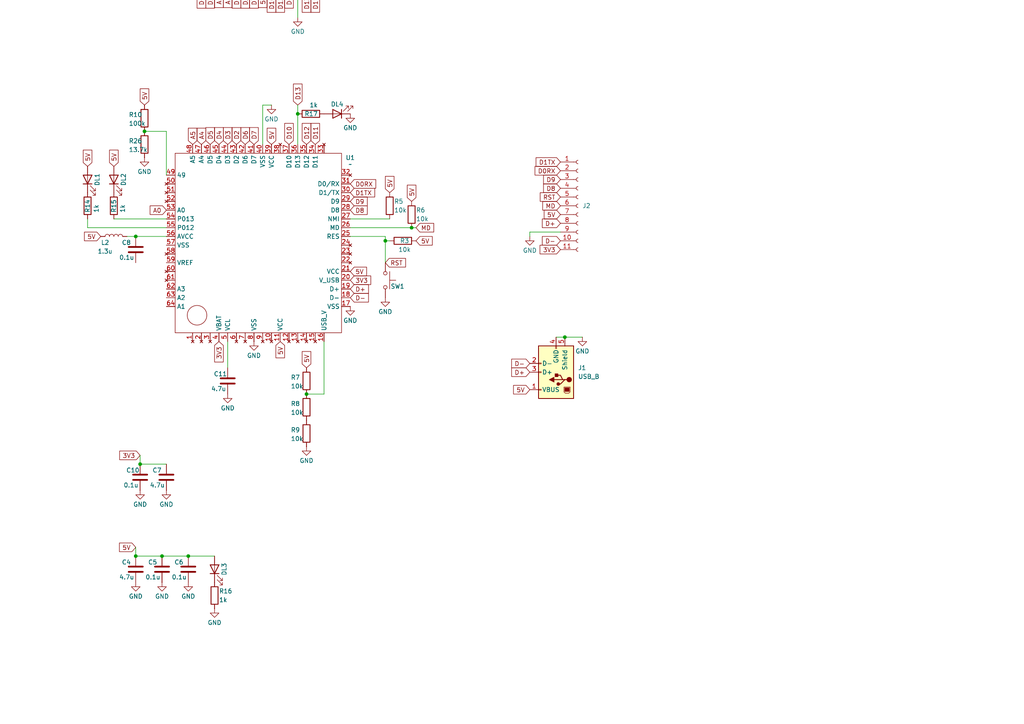
<source format=kicad_sch>
(kicad_sch (version 20231120) (generator "eeschema") (generator_version "8.0")
  (paper "A4")
  (lib_symbols
    (symbol "0Ore:R7FA4M1AB3CFM"
      (property "Reference" "U" (at 0 0 0))
      (symbol "R7FA4M1AB3CFM_0_1"
        (rectangle (start -24.13 57.15) (end 24.13 5.08))
        (circle (center -17.78 10.16) (radius 2.8398))
      )
      (symbol "R7FA4M1AB3CFM_1_1"
        (pin no_connect line (at -19.05 2.54 90) (length 2.54) (name "") (number "1"))
        (pin no_connect line (at 3.81 2.54 90) (length 2.54) (name "") (number "10"))
        (pin unspecified line (at 6.35 2.54 90) (length 2.54) (name "VCC") (number "11"))
        (pin no_connect line (at 8.89 2.54 90) (length 2.54) (name "") (number "12"))
        (pin no_connect line (at 11.43 2.54 90) (length 2.54) (name "") (number "13"))
        (pin no_connect line (at 13.97 2.54 90) (length 2.54) (name "") (number "14"))
        (pin no_connect line (at 16.51 2.54 90) (length 2.54) (name "") (number "15"))
        (pin unspecified line (at 19.05 2.54 90) (length 2.54) (name "USB_V") (number "16"))
        (pin unspecified line (at 26.67 12.7 180) (length 2.54) (name "VSS") (number "17"))
        (pin unspecified line (at 26.67 15.24 180) (length 2.54) (name "D-") (number "18"))
        (pin unspecified line (at 26.67 17.78 180) (length 2.54) (name "D+") (number "19"))
        (pin no_connect line (at -16.51 2.54 90) (length 2.54) (name "") (number "2"))
        (pin unspecified line (at 26.67 20.32 180) (length 2.54) (name "V_USB") (number "20"))
        (pin unspecified line (at 26.67 22.86 180) (length 2.54) (name "VCC") (number "21"))
        (pin no_connect line (at 26.67 25.4 180) (length 2.54) (name "") (number "22"))
        (pin no_connect line (at 26.67 27.94 180) (length 2.54) (name "") (number "23"))
        (pin no_connect line (at 26.67 30.48 180) (length 2.54) (name "") (number "24"))
        (pin unspecified line (at 26.67 33.02 180) (length 2.54) (name "RES") (number "25"))
        (pin unspecified line (at 26.67 35.56 180) (length 2.54) (name "MD") (number "26"))
        (pin unspecified line (at 26.67 38.1 180) (length 2.54) (name "NMI") (number "27"))
        (pin unspecified line (at 26.67 40.64 180) (length 2.54) (name "D8") (number "28"))
        (pin unspecified line (at 26.67 43.18 180) (length 2.54) (name "D9") (number "29"))
        (pin no_connect line (at -13.97 2.54 90) (length 2.54) (name "") (number "3"))
        (pin unspecified line (at 26.67 45.72 180) (length 2.54) (name "D1/TX") (number "30"))
        (pin unspecified line (at 26.67 48.26 180) (length 2.54) (name "D0/RX") (number "31"))
        (pin no_connect line (at 26.67 50.8 180) (length 2.54) (name "") (number "32"))
        (pin no_connect line (at 19.05 59.69 270) (length 2.54) (name "") (number "33"))
        (pin unspecified line (at 16.51 59.69 270) (length 2.54) (name "D11") (number "34"))
        (pin unspecified line (at 13.97 59.69 270) (length 2.54) (name "D12") (number "35"))
        (pin unspecified line (at 11.43 59.69 270) (length 2.54) (name "D13") (number "36"))
        (pin unspecified line (at 8.89 59.69 270) (length 2.54) (name "D10") (number "37"))
        (pin no_connect line (at 6.35 59.69 270) (length 2.54) (name "") (number "38"))
        (pin unspecified line (at 3.81 59.69 270) (length 2.54) (name "VCC") (number "39"))
        (pin unspecified line (at -11.43 2.54 90) (length 2.54) (name "VBAT") (number "4"))
        (pin unspecified line (at 1.27 59.69 270) (length 2.54) (name "VSS") (number "40"))
        (pin unspecified line (at -1.27 59.69 270) (length 2.54) (name "D7") (number "41"))
        (pin unspecified line (at -3.81 59.69 270) (length 2.54) (name "D6") (number "42"))
        (pin unspecified line (at -6.35 59.69 270) (length 2.54) (name "D2") (number "43"))
        (pin unspecified line (at -8.89 59.69 270) (length 2.54) (name "D3") (number "44"))
        (pin unspecified line (at -11.43 59.69 270) (length 2.54) (name "D4") (number "45"))
        (pin unspecified line (at -13.97 59.69 270) (length 2.54) (name "D5") (number "46"))
        (pin unspecified line (at -16.51 59.69 270) (length 2.54) (name "A4") (number "47"))
        (pin unspecified line (at -19.05 59.69 270) (length 2.54) (name "A5") (number "48"))
        (pin unspecified line (at -26.67 50.8 0) (length 2.54) (name "49") (number "49"))
        (pin unspecified line (at -8.89 2.54 90) (length 2.54) (name "VCL") (number "5"))
        (pin no_connect line (at -26.67 48.26 0) (length 2.54) (name "") (number "50"))
        (pin no_connect line (at -26.67 45.72 0) (length 2.54) (name "") (number "51"))
        (pin no_connect line (at -26.67 43.18 0) (length 2.54) (name "") (number "52"))
        (pin unspecified line (at -26.67 40.64 0) (length 2.54) (name "A0") (number "53"))
        (pin unspecified line (at -26.67 38.1 0) (length 2.54) (name "P013") (number "54"))
        (pin unspecified line (at -26.67 35.56 0) (length 2.54) (name "P012") (number "55"))
        (pin unspecified line (at -26.67 33.02 0) (length 2.54) (name "AVCC") (number "56"))
        (pin unspecified line (at -26.67 30.48 0) (length 2.54) (name "VSS") (number "57"))
        (pin no_connect line (at -26.67 27.94 0) (length 2.54) (name "") (number "58"))
        (pin unspecified line (at -26.67 25.4 0) (length 2.54) (name "VREF") (number "59"))
        (pin no_connect line (at -6.35 2.54 90) (length 2.54) (name "") (number "6"))
        (pin no_connect line (at -26.67 22.86 0) (length 2.54) (name "") (number "60"))
        (pin no_connect line (at -26.67 20.32 0) (length 2.54) (name "") (number "61"))
        (pin unspecified line (at -26.67 17.78 0) (length 2.54) (name "A3") (number "62"))
        (pin unspecified line (at -26.67 15.24 0) (length 2.54) (name "A2") (number "63"))
        (pin unspecified line (at -26.67 12.7 0) (length 2.54) (name "A1") (number "64"))
        (pin no_connect line (at -3.81 2.54 90) (length 2.54) (name "") (number "7"))
        (pin unspecified line (at -1.27 2.54 90) (length 2.54) (name "VSS") (number "8"))
        (pin no_connect line (at 1.27 2.54 90) (length 2.54) (name "") (number "9"))
      )
    )
    (symbol "Connector:Conn_01x09_Socket" (pin_names (offset 1.016) hide)
      (property "Reference" "J" (at 0 12.7 0))
      (property "Value" "Conn_01x09_Socket" (at 0 -12.7 0))
      (symbol "Conn_01x09_Socket_1_1"
        (arc (start 0 -9.652) (mid -0.5058 -10.16) (end 0 -10.668) (stroke (width 0.1524)))
        (arc (start 0 -7.112) (mid -0.5058 -7.62) (end 0 -8.128) (stroke (width 0.1524)))
        (arc (start 0 -4.572) (mid -0.5058 -5.08) (end 0 -5.588) (stroke (width 0.1524)))
        (arc (start 0 -2.032) (mid -0.5058 -2.54) (end 0 -3.048) (stroke (width 0.1524)))
        (polyline (pts (xy -1.27 -10.16) (xy -0.508 -10.16)) (stroke (width 0.1524)))
        (polyline (pts (xy -1.27 -7.62) (xy -0.508 -7.62)) (stroke (width 0.1524)))
        (polyline (pts (xy -1.27 -5.08) (xy -0.508 -5.08)) (stroke (width 0.1524)))
        (polyline (pts (xy -1.27 -2.54) (xy -0.508 -2.54)) (stroke (width 0.1524)))
        (polyline (pts (xy -1.27 0) (xy -0.508 0)) (stroke (width 0.1524)))
        (polyline (pts (xy -1.27 2.54) (xy -0.508 2.54)) (stroke (width 0.1524)))
        (polyline (pts (xy -1.27 5.08) (xy -0.508 5.08)) (stroke (width 0.1524)))
        (polyline (pts (xy -1.27 7.62) (xy -0.508 7.62)) (stroke (width 0.1524)))
        (polyline (pts (xy -1.27 10.16) (xy -0.508 10.16)) (stroke (width 0.1524)))
        (arc (start 0 0.508) (mid -0.5058 0) (end 0 -0.508) (stroke (width 0.1524)))
        (arc (start 0 3.048) (mid -0.5058 2.54) (end 0 2.032) (stroke (width 0.1524)))
        (arc (start 0 5.588) (mid -0.5058 5.08) (end 0 4.572) (stroke (width 0.1524)))
        (arc (start 0 8.128) (mid -0.5058 7.62) (end 0 7.112) (stroke (width 0.1524)))
        (arc (start 0 10.668) (mid -0.5058 10.16) (end 0 9.652) (stroke (width 0.1524)))
        (pin passive line (at -5.08 10.16 0) (length 3.81) (name "Pin_1") (number "1"))
        (pin passive line (at -5.08 7.62 0) (length 3.81) (name "Pin_2") (number "2"))
        (pin passive line (at -5.08 5.08 0) (length 3.81) (name "Pin_3") (number "3"))
        (pin passive line (at -5.08 2.54 0) (length 3.81) (name "Pin_4") (number "4"))
        (pin passive line (at -5.08 0 0) (length 3.81) (name "Pin_5") (number "5"))
        (pin passive line (at -5.08 -2.54 0) (length 3.81) (name "Pin_6") (number "6"))
        (pin passive line (at -5.08 -5.08 0) (length 3.81) (name "Pin_7") (number "7"))
        (pin passive line (at -5.08 -7.62 0) (length 3.81) (name "Pin_8") (number "8"))
        (pin passive line (at -5.08 -10.16 0) (length 3.81) (name "Pin_9") (number "9"))
      )
    )
    (symbol "Connector:Conn_01x11_Socket" (pin_names (offset 1.016) hide)
      (property "Reference" "J" (at 0 15.24 0))
      (property "Value" "Conn_01x11_Socket" (at 0 -15.24 0))
      (symbol "Conn_01x11_Socket_1_1"
        (arc (start 0 -12.192) (mid -0.5058 -12.7) (end 0 -13.208) (stroke (width 0.1524)))
        (arc (start 0 -9.652) (mid -0.5058 -10.16) (end 0 -10.668) (stroke (width 0.1524)))
        (arc (start 0 -7.112) (mid -0.5058 -7.62) (end 0 -8.128) (stroke (width 0.1524)))
        (arc (start 0 -4.572) (mid -0.5058 -5.08) (end 0 -5.588) (stroke (width 0.1524)))
        (arc (start 0 -2.032) (mid -0.5058 -2.54) (end 0 -3.048) (stroke (width 0.1524)))
        (polyline (pts (xy -1.27 -12.7) (xy -0.508 -12.7)) (stroke (width 0.1524)))
        (polyline (pts (xy -1.27 -10.16) (xy -0.508 -10.16)) (stroke (width 0.1524)))
        (polyline (pts (xy -1.27 -7.62) (xy -0.508 -7.62)) (stroke (width 0.1524)))
        (polyline (pts (xy -1.27 -5.08) (xy -0.508 -5.08)) (stroke (width 0.1524)))
        (polyline (pts (xy -1.27 -2.54) (xy -0.508 -2.54)) (stroke (width 0.1524)))
        (polyline (pts (xy -1.27 0) (xy -0.508 0)) (stroke (width 0.1524)))
        (polyline (pts (xy -1.27 2.54) (xy -0.508 2.54)) (stroke (width 0.1524)))
        (polyline (pts (xy -1.27 5.08) (xy -0.508 5.08)) (stroke (width 0.1524)))
        (polyline (pts (xy -1.27 7.62) (xy -0.508 7.62)) (stroke (width 0.1524)))
        (polyline (pts (xy -1.27 10.16) (xy -0.508 10.16)) (stroke (width 0.1524)))
        (polyline (pts (xy -1.27 12.7) (xy -0.508 12.7)) (stroke (width 0.1524)))
        (arc (start 0 0.508) (mid -0.5058 0) (end 0 -0.508) (stroke (width 0.1524)))
        (arc (start 0 3.048) (mid -0.5058 2.54) (end 0 2.032) (stroke (width 0.1524)))
        (arc (start 0 5.588) (mid -0.5058 5.08) (end 0 4.572) (stroke (width 0.1524)))
        (arc (start 0 8.128) (mid -0.5058 7.62) (end 0 7.112) (stroke (width 0.1524)))
        (arc (start 0 10.668) (mid -0.5058 10.16) (end 0 9.652) (stroke (width 0.1524)))
        (arc (start 0 13.208) (mid -0.5058 12.7) (end 0 12.192) (stroke (width 0.1524)))
        (pin passive line (at -5.08 12.7 0) (length 3.81) (name "Pin_1") (number "1"))
        (pin passive line (at -5.08 -10.16 0) (length 3.81) (name "Pin_10") (number "10"))
        (pin passive line (at -5.08 -12.7 0) (length 3.81) (name "Pin_11") (number "11"))
        (pin passive line (at -5.08 10.16 0) (length 3.81) (name "Pin_2") (number "2"))
        (pin passive line (at -5.08 7.62 0) (length 3.81) (name "Pin_3") (number "3"))
        (pin passive line (at -5.08 5.08 0) (length 3.81) (name "Pin_4") (number "4"))
        (pin passive line (at -5.08 2.54 0) (length 3.81) (name "Pin_5") (number "5"))
        (pin passive line (at -5.08 0 0) (length 3.81) (name "Pin_6") (number "6"))
        (pin passive line (at -5.08 -2.54 0) (length 3.81) (name "Pin_7") (number "7"))
        (pin passive line (at -5.08 -5.08 0) (length 3.81) (name "Pin_8") (number "8"))
        (pin passive line (at -5.08 -7.62 0) (length 3.81) (name "Pin_9") (number "9"))
      )
    )
    (symbol "Connector:Conn_01x14_Socket" (pin_names (offset 1.016) hide)
      (property "Reference" "J" (at 0 17.78 0))
      (property "Value" "Conn_01x14_Socket" (at 0 -20.32 0))
      (symbol "Conn_01x14_Socket_1_1"
        (arc (start 0 -17.272) (mid -0.5058 -17.78) (end 0 -18.288) (stroke (width 0.1524)))
        (arc (start 0 -14.732) (mid -0.5058 -15.24) (end 0 -15.748) (stroke (width 0.1524)))
        (arc (start 0 -12.192) (mid -0.5058 -12.7) (end 0 -13.208) (stroke (width 0.1524)))
        (arc (start 0 -9.652) (mid -0.5058 -10.16) (end 0 -10.668) (stroke (width 0.1524)))
        (arc (start 0 -7.112) (mid -0.5058 -7.62) (end 0 -8.128) (stroke (width 0.1524)))
        (arc (start 0 -4.572) (mid -0.5058 -5.08) (end 0 -5.588) (stroke (width 0.1524)))
        (arc (start 0 -2.032) (mid -0.5058 -2.54) (end 0 -3.048) (stroke (width 0.1524)))
        (polyline (pts (xy -1.27 -17.78) (xy -0.508 -17.78)) (stroke (width 0.1524)))
        (polyline (pts (xy -1.27 -15.24) (xy -0.508 -15.24)) (stroke (width 0.1524)))
        (polyline (pts (xy -1.27 -12.7) (xy -0.508 -12.7)) (stroke (width 0.1524)))
        (polyline (pts (xy -1.27 -10.16) (xy -0.508 -10.16)) (stroke (width 0.1524)))
        (polyline (pts (xy -1.27 -7.62) (xy -0.508 -7.62)) (stroke (width 0.1524)))
        (polyline (pts (xy -1.27 -5.08) (xy -0.508 -5.08)) (stroke (width 0.1524)))
        (polyline (pts (xy -1.27 -2.54) (xy -0.508 -2.54)) (stroke (width 0.1524)))
        (polyline (pts (xy -1.27 0) (xy -0.508 0)) (stroke (width 0.1524)))
        (polyline (pts (xy -1.27 2.54) (xy -0.508 2.54)) (stroke (width 0.1524)))
        (polyline (pts (xy -1.27 5.08) (xy -0.508 5.08)) (stroke (width 0.1524)))
        (polyline (pts (xy -1.27 7.62) (xy -0.508 7.62)) (stroke (width 0.1524)))
        (polyline (pts (xy -1.27 10.16) (xy -0.508 10.16)) (stroke (width 0.1524)))
        (polyline (pts (xy -1.27 12.7) (xy -0.508 12.7)) (stroke (width 0.1524)))
        (polyline (pts (xy -1.27 15.24) (xy -0.508 15.24)) (stroke (width 0.1524)))
        (arc (start 0 0.508) (mid -0.5058 0) (end 0 -0.508) (stroke (width 0.1524)))
        (arc (start 0 3.048) (mid -0.5058 2.54) (end 0 2.032) (stroke (width 0.1524)))
        (arc (start 0 5.588) (mid -0.5058 5.08) (end 0 4.572) (stroke (width 0.1524)))
        (arc (start 0 8.128) (mid -0.5058 7.62) (end 0 7.112) (stroke (width 0.1524)))
        (arc (start 0 10.668) (mid -0.5058 10.16) (end 0 9.652) (stroke (width 0.1524)))
        (arc (start 0 13.208) (mid -0.5058 12.7) (end 0 12.192) (stroke (width 0.1524)))
        (arc (start 0 15.748) (mid -0.5058 15.24) (end 0 14.732) (stroke (width 0.1524)))
        (pin passive line (at -5.08 15.24 0) (length 3.81) (name "Pin_1") (number "1"))
        (pin passive line (at -5.08 -7.62 0) (length 3.81) (name "Pin_10") (number "10"))
        (pin passive line (at -5.08 -10.16 0) (length 3.81) (name "Pin_11") (number "11"))
        (pin passive line (at -5.08 -12.7 0) (length 3.81) (name "Pin_12") (number "12"))
        (pin passive line (at -5.08 -15.24 0) (length 3.81) (name "Pin_13") (number "13"))
        (pin passive line (at -5.08 -17.78 0) (length 3.81) (name "Pin_14") (number "14"))
        (pin passive line (at -5.08 12.7 0) (length 3.81) (name "Pin_2") (number "2"))
        (pin passive line (at -5.08 10.16 0) (length 3.81) (name "Pin_3") (number "3"))
        (pin passive line (at -5.08 7.62 0) (length 3.81) (name "Pin_4") (number "4"))
        (pin passive line (at -5.08 5.08 0) (length 3.81) (name "Pin_5") (number "5"))
        (pin passive line (at -5.08 2.54 0) (length 3.81) (name "Pin_6") (number "6"))
        (pin passive line (at -5.08 0 0) (length 3.81) (name "Pin_7") (number "7"))
        (pin passive line (at -5.08 -2.54 0) (length 3.81) (name "Pin_8") (number "8"))
        (pin passive line (at -5.08 -5.08 0) (length 3.81) (name "Pin_9") (number "9"))
      )
    )
    (symbol "Connector:USB_B" (pin_names (offset 1.016))
      (property "Reference" "J" (at -5.08 11.43 0))
      (property "Value" "USB_B" (at -5.08 8.89 0))
      (symbol "USB_B_0_1"
        (rectangle (start -5.08 -7.62) (end 5.08 7.62) (stroke (width 0.254)) (fill (type background)))
        (circle (center -3.81 2.159) (radius 0.635) (stroke (width 0.254)) (fill (type outline)))
        (rectangle (start -3.81 5.588) (end -2.54 4.572) (fill (type outline)))
        (circle (center -0.635 3.429) (radius 0.381) (stroke (width 0.254)) (fill (type outline)))
        (rectangle (start -0.127 -7.62) (end 0.127 -6.858))
        (polyline (pts (xy -1.905 2.159) (xy 0.635 2.159)) (stroke (width 0.254)))
        (polyline (pts (xy -3.175 2.159) (xy -2.54 2.159) (xy -1.27 3.429) (xy -0.635 3.429)) (stroke (width 0.254)))
        (polyline (pts (xy -2.54 2.159) (xy -1.905 2.159) (xy -1.27 0.889) (xy 0 0.889)) (stroke (width 0.254)))
        (polyline (pts (xy 0.635 2.794) (xy 0.635 1.524) (xy 1.905 2.159) (xy 0.635 2.794)) (stroke (width 0.254)) (fill (type outline)))
        (polyline (pts (xy -4.064 4.318) (xy -2.286 4.318) (xy -2.286 5.715) (xy -2.667 6.096) (xy -3.683 6.096) (xy -4.064 5.715) (xy -4.064 4.318)))
        (rectangle (start 0.254 1.27) (end -0.508 0.508) (stroke (width 0.254)) (fill (type outline)))
        (rectangle (start 5.08 -2.667) (end 4.318 -2.413))
        (rectangle (start 5.08 -0.127) (end 4.318 0.127))
        (rectangle (start 5.08 4.953) (end 4.318 5.207))
      )
      (symbol "USB_B_1_1"
        (pin power_out line (at 7.62 5.08 180) (length 2.54) (name "VBUS") (number "1"))
        (pin bidirectional line (at 7.62 -2.54 180) (length 2.54) (name "D-") (number "2"))
        (pin bidirectional line (at 7.62 0 180) (length 2.54) (name "D+") (number "3"))
        (pin power_out line (at 0 -10.16 90) (length 2.54) (name "GND") (number "4"))
        (pin passive line (at -2.54 -10.16 90) (length 2.54) (name "Shield") (number "5"))
      )
    )
    (symbol "Device:C" (pin_numbers hide) (pin_names (offset 0.254))
      (property "Reference" "C" (at 0.635 2.54 0))
      (property "Value" "C" (at 0.635 -2.54 0))
      (symbol "C_0_1"
        (polyline (pts (xy -2.032 -0.762) (xy 2.032 -0.762)) (stroke (width 0.508)))
        (polyline (pts (xy -2.032 0.762) (xy 2.032 0.762)) (stroke (width 0.508)))
      )
      (symbol "C_1_1"
        (pin passive line (at 0 3.81 270) (length 2.794) (name "~") (number "1"))
        (pin passive line (at 0 -3.81 90) (length 2.794) (name "~") (number "2"))
      )
    )
    (symbol "Device:L" (pin_numbers hide) (pin_names (offset 1.016) hide)
      (property "Reference" "L" (at -1.27 0 90))
      (property "Value" "L" (at 1.905 0 90))
      (symbol "L_0_1"
        (arc (start 0 -2.54) (mid 0.6323 -1.905) (end 0 -1.27))
        (arc (start 0 -1.27) (mid 0.6323 -0.635) (end 0 0))
        (arc (start 0 0) (mid 0.6323 0.635) (end 0 1.27))
        (arc (start 0 1.27) (mid 0.6323 1.905) (end 0 2.54))
      )
      (symbol "L_1_1"
        (pin passive line (at 0 3.81 270) (length 1.27) (name "1") (number "1"))
        (pin passive line (at 0 -3.81 90) (length 1.27) (name "2") (number "2"))
      )
    )
    (symbol "Device:LED" (pin_numbers hide) (pin_names (offset 1.016) hide)
      (property "Reference" "D" (at 0 2.54 0))
      (property "Value" "LED" (at 0 -2.54 0))
      (symbol "LED_0_1"
        (polyline (pts (xy -1.27 -1.27) (xy -1.27 1.27)) (stroke (width 0.254)))
        (polyline (pts (xy -1.27 0) (xy 1.27 0)))
        (polyline (pts (xy 1.27 -1.27) (xy 1.27 1.27) (xy -1.27 0) (xy 1.27 -1.27)) (stroke (width 0.254)))
        (polyline (pts (xy -3.048 -0.762) (xy -4.572 -2.286) (xy -3.81 -2.286) (xy -4.572 -2.286) (xy -4.572 -1.524)))
        (polyline (pts (xy -1.778 -0.762) (xy -3.302 -2.286) (xy -2.54 -2.286) (xy -3.302 -2.286) (xy -3.302 -1.524)))
      )
      (symbol "LED_1_1"
        (pin passive line (at -3.81 0 0) (length 2.54) (name "K") (number "1"))
        (pin passive line (at 3.81 0 180) (length 2.54) (name "A") (number "2"))
      )
    )
    (symbol "Device:R" (pin_numbers hide) (pin_names (offset 0))
      (property "Reference" "R" (at 2.032 0 90))
      (property "Value" "R" (at 0 0 90))
      (symbol "R_0_1"
        (rectangle (start -1.016 -2.54) (end 1.016 2.54) (stroke (width 0.254)))
      )
      (symbol "R_1_1"
        (pin passive line (at 0 3.81 270) (length 1.27) (name "~") (number "1"))
        (pin passive line (at 0 -3.81 90) (length 1.27) (name "~") (number "2"))
      )
    )
    (symbol "Switch:SW_Push" (pin_numbers hide) (pin_names (offset 1.016) hide)
      (property "Reference" "SW" (at 1.27 2.54 0))
      (property "Value" "SW_Push" (at 0 -1.524 0))
      (symbol "SW_Push_0_1"
        (circle (center -2.032 0) (radius 0.508))
        (polyline (pts (xy 0 1.27) (xy 0 3.048)))
        (polyline (pts (xy 2.54 1.27) (xy -2.54 1.27)))
        (circle (center 2.032 0) (radius 0.508))
        (pin passive line (at -5.08 0 0) (length 2.54) (name "1") (number "1"))
        (pin passive line (at 5.08 0 180) (length 2.54) (name "2") (number "2"))
      )
    )
    (symbol "power:GND" (power) (pin_numbers hide) (pin_names (offset 0) hide)
      (property "Value" "GND" (at 0 -3.81 0))
      (symbol "GND_0_1"
        (polyline (pts (xy 0 0) (xy 0 -1.27) (xy 1.27 -1.27) (xy 0 -2.54) (xy -1.27 -1.27) (xy 0 -1.27)))
      )
      (symbol "GND_1_1"
        (pin power_in line (at 0 0 270) (length 0) (name "~") (number "1"))
      )
    )
  )
  (junction (at 40.64 134.62))
  (junction (at 86.36 33.02))
  (junction (at 111.76 69.85))
  (junction (at 39.37 161.29))
  (junction (at 39.37 68.58))
  (junction (at 88.9 114.3))
  (junction (at 46.99 161.29))
  (junction (at 119.38 66.04))
  (junction (at 41.91 38.1))
  (junction (at 54.61 161.29))
  (junction (at 163.83 97.79))
  (wire (pts (xy 162.56 67.31) (xy 153.67 67.31)))
  (wire (pts (xy 93.98 99.06) (xy 93.98 114.3)))
  (wire (pts (xy 25.4 66.04) (xy 25.4 63.5)))
  (wire (pts (xy 86.36 30.48) (xy 86.36 33.02)))
  (wire (pts (xy 48.26 66.04) (xy 25.4 66.04)))
  (wire (pts (xy 86.36 -2.54) (xy 86.36 5.08)))
  (wire (pts (xy 33.02 63.5) (xy 48.26 63.5)))
  (wire (pts (xy 101.6 68.58) (xy 111.76 68.58)))
  (wire (pts (xy 120.65 66.04) (xy 119.38 66.04)))
  (wire (pts (xy 111.76 69.85) (xy 113.03 69.85)))
  (wire (pts (xy 153.67 67.31) (xy 153.67 68.58)))
  (wire (pts (xy 54.61 161.29) (xy 62.23 161.29)))
  (wire (pts (xy 78.74 30.48) (xy 76.2 30.48)))
  (wire (pts (xy 40.64 134.62) (xy 48.26 134.62)))
  (wire (pts (xy 111.76 69.85) (xy 111.76 76.2)))
  (wire (pts (xy 111.76 68.58) (xy 111.76 69.85)))
  (wire (pts (xy 48.26 50.8) (xy 48.26 38.1)))
  (wire (pts (xy 40.64 132.08) (xy 40.64 134.62)))
  (wire (pts (xy 76.2 30.48) (xy 76.2 41.91)))
  (wire (pts (xy 86.36 33.02) (xy 86.36 41.91)))
  (wire (pts (xy 101.6 63.5) (xy 113.03 63.5)))
  (wire (pts (xy 66.04 99.06) (xy 66.04 106.68)))
  (wire (pts (xy 39.37 68.58) (xy 48.26 68.58)))
  (wire (pts (xy 163.83 97.79) (xy 168.91 97.79)))
  (wire (pts (xy 88.9 114.3) (xy 93.98 114.3)))
  (wire (pts (xy 36.83 68.58) (xy 39.37 68.58)))
  (wire (pts (xy 39.37 158.75) (xy 39.37 161.29)))
  (wire (pts (xy 39.37 161.29) (xy 46.99 161.29)))
  (wire (pts (xy 41.91 38.1) (xy 48.26 38.1)))
  (wire (pts (xy 46.99 161.29) (xy 54.61 161.29)))
  (wire (pts (xy 161.29 97.79) (xy 163.83 97.79)))
  (wire (pts (xy 119.38 66.04) (xy 101.6 66.04)))
  (global_label "D-" (shape input) (at 101.6 86.36 0) (property "Intersheetrefs" "${INTERSHEET_REFS}" (effects (hide yes))))
  (global_label "5V" (shape input) (at 25.4 48.26 90) (property "Intersheetrefs" "${INTERSHEET_REFS}" (effects (hide yes))))
  (global_label "MD" (shape input) (at 120.65 66.04 0) (property "Intersheetrefs" "${INTERSHEET_REFS}" (effects (hide yes))))
  (global_label "D-" (shape input) (at 162.56 69.85 180) (property "Intersheetrefs" "${INTERSHEET_REFS}" (effects (hide yes))))
  (global_label "D13" (shape input) (at 86.36 30.48 90) (property "Intersheetrefs" "${INTERSHEET_REFS}" (effects (hide yes))))
  (global_label "5V" (shape input) (at 81.28 99.06 270) (property "Intersheetrefs" "${INTERSHEET_REFS}" (effects (hide yes))))
  (global_label "D12" (shape input) (at 81.28 -2.54 270) (property "Intersheetrefs" "${INTERSHEET_REFS}" (effects (hide yes))))
  (global_label "D4" (shape input) (at 68.58 -2.54 270) (property "Intersheetrefs" "${INTERSHEET_REFS}" (effects (hide yes))))
  (global_label "D5" (shape input) (at 60.96 41.91 90) (property "Intersheetrefs" "${INTERSHEET_REFS}" (effects (hide yes))))
  (global_label "A5" (shape input) (at 63.5 -2.54 270) (property "Intersheetrefs" "${INTERSHEET_REFS}" (effects (hide yes))))
  (global_label "D1TX" (shape input) (at 101.6 55.88 0) (property "Intersheetrefs" "${INTERSHEET_REFS}" (effects (hide yes))))
  (global_label "D11" (shape input) (at 91.44 -2.54 270) (property "Intersheetrefs" "${INTERSHEET_REFS}" (effects (hide yes))))
  (global_label "D5" (shape input) (at 58.42 -2.54 270) (property "Intersheetrefs" "${INTERSHEET_REFS}" (effects (hide yes))))
  (global_label "D7" (shape input) (at 73.66 -2.54 270) (property "Intersheetrefs" "${INTERSHEET_REFS}" (effects (hide yes))))
  (global_label "5V" (shape input) (at 39.37 158.75 180) (property "Intersheetrefs" "${INTERSHEET_REFS}" (effects (hide yes))))
  (global_label "D11" (shape input) (at 91.44 41.91 90) (property "Intersheetrefs" "${INTERSHEET_REFS}" (effects (hide yes))))
  (global_label "3V3" (shape input) (at 101.6 81.28 0) (property "Intersheetrefs" "${INTERSHEET_REFS}" (effects (hide yes))))
  (global_label "D0RX" (shape input) (at 101.6 53.34 0) (property "Intersheetrefs" "${INTERSHEET_REFS}" (effects (hide yes))))
  (global_label "5V" (shape input) (at 119.38 58.42 90) (property "Intersheetrefs" "${INTERSHEET_REFS}" (effects (hide yes))))
  (global_label "D0RX" (shape input) (at 162.56 49.53 180) (property "Intersheetrefs" "${INTERSHEET_REFS}" (effects (hide yes))))
  (global_label "D4" (shape input) (at 63.5 41.91 90) (property "Intersheetrefs" "${INTERSHEET_REFS}" (effects (hide yes))))
  (global_label "RST" (shape input) (at 162.56 57.15 180) (property "Intersheetrefs" "${INTERSHEET_REFS}" (effects (hide yes))))
  (global_label "3V3" (shape input) (at 162.56 72.39 180) (property "Intersheetrefs" "${INTERSHEET_REFS}" (effects (hide yes))))
  (global_label "D1TX" (shape input) (at 162.56 46.99 180) (property "Intersheetrefs" "${INTERSHEET_REFS}" (effects (hide yes))))
  (global_label "A0" (shape input) (at -5.08 64.77 0) (property "Intersheetrefs" "${INTERSHEET_REFS}" (effects (hide yes))))
  (global_label "D3" (shape input) (at 60.96 -2.54 270) (property "Intersheetrefs" "${INTERSHEET_REFS}" (effects (hide yes))))
  (global_label "A5" (shape input) (at 55.88 41.91 90) (property "Intersheetrefs" "${INTERSHEET_REFS}" (effects (hide yes))))
  (global_label "RST" (shape input) (at 111.76 76.2 0) (property "Intersheetrefs" "${INTERSHEET_REFS}" (effects (hide yes))))
  (global_label "5V" (shape input) (at 41.91 30.48 90) (property "Intersheetrefs" "${INTERSHEET_REFS}" (effects (hide yes))))
  (global_label "3V3" (shape input) (at 63.5 99.06 270) (property "Intersheetrefs" "${INTERSHEET_REFS}" (effects (hide yes))))
  (global_label "5V" (shape input) (at 113.03 55.88 90) (property "Intersheetrefs" "${INTERSHEET_REFS}" (effects (hide yes))))
  (global_label "D9" (shape input) (at 101.6 58.42 0) (property "Intersheetrefs" "${INTERSHEET_REFS}" (effects (hide yes))))
  (global_label "5V" (shape input) (at 78.74 41.91 90) (property "Intersheetrefs" "${INTERSHEET_REFS}" (effects (hide yes))))
  (global_label "5V" (shape input) (at 29.21 68.58 180) (property "Intersheetrefs" "${INTERSHEET_REFS}" (effects (hide yes))))
  (global_label "5V" (shape input) (at 76.2 -2.54 270) (property "Intersheetrefs" "${INTERSHEET_REFS}" (effects (hide yes))))
  (global_label "D+" (shape input) (at 162.56 64.77 180) (property "Intersheetrefs" "${INTERSHEET_REFS}" (effects (hide yes))))
  (global_label "D2" (shape input) (at 68.58 41.91 90) (property "Intersheetrefs" "${INTERSHEET_REFS}" (effects (hide yes))))
  (global_label "5V" (shape input) (at 153.67 113.03 180) (property "Intersheetrefs" "${INTERSHEET_REFS}" (effects (hide yes))))
  (global_label "5V" (shape input) (at -5.08 62.23 0) (property "Intersheetrefs" "${INTERSHEET_REFS}" (effects (hide yes))))
  (global_label "5V" (shape input) (at 33.02 48.26 90) (property "Intersheetrefs" "${INTERSHEET_REFS}" (effects (hide yes))))
  (global_label "MD" (shape input) (at 162.56 59.69 180) (property "Intersheetrefs" "${INTERSHEET_REFS}" (effects (hide yes))))
  (global_label "D9" (shape input) (at 162.56 52.07 180) (property "Intersheetrefs" "${INTERSHEET_REFS}" (effects (hide yes))))
  (global_label "3V3" (shape input) (at 40.64 132.08 180) (property "Intersheetrefs" "${INTERSHEET_REFS}" (effects (hide yes))))
  (global_label "5V" (shape input) (at 120.65 69.85 0) (property "Intersheetrefs" "${INTERSHEET_REFS}" (effects (hide yes))))
  (global_label "D3" (shape input) (at 66.04 41.91 90) (property "Intersheetrefs" "${INTERSHEET_REFS}" (effects (hide yes))))
  (global_label "D+" (shape input) (at 101.6 83.82 0) (property "Intersheetrefs" "${INTERSHEET_REFS}" (effects (hide yes))))
  (global_label "5V" (shape input) (at 88.9 106.68 90) (property "Intersheetrefs" "${INTERSHEET_REFS}" (effects (hide yes))))
  (global_label "D7" (shape input) (at 73.66 41.91 90) (property "Intersheetrefs" "${INTERSHEET_REFS}" (effects (hide yes))))
  (global_label "A4" (shape input) (at 58.42 41.91 90) (property "Intersheetrefs" "${INTERSHEET_REFS}" (effects (hide yes))))
  (global_label "D13" (shape input) (at 88.9 -2.54 270) (property "Intersheetrefs" "${INTERSHEET_REFS}" (effects (hide yes))))
  (global_label "5V" (shape input) (at 162.56 62.23 180) (property "Intersheetrefs" "${INTERSHEET_REFS}" (effects (hide yes))))
  (global_label "5V" (shape input) (at 101.6 78.74 0) (property "Intersheetrefs" "${INTERSHEET_REFS}" (effects (hide yes))))
  (global_label "D6" (shape input) (at 83.82 -2.54 270) (property "Intersheetrefs" "${INTERSHEET_REFS}" (effects (hide yes))))
  (global_label "D-" (shape input) (at 153.67 105.41 180) (property "Intersheetrefs" "${INTERSHEET_REFS}" (effects (hide yes))))
  (global_label "A4" (shape input) (at 66.04 -2.54 270) (property "Intersheetrefs" "${INTERSHEET_REFS}" (effects (hide yes))))
  (global_label "D10" (shape input) (at 78.74 -2.54 270) (property "Intersheetrefs" "${INTERSHEET_REFS}" (effects (hide yes))))
  (global_label "A0" (shape input) (at 48.26 60.96 180) (property "Intersheetrefs" "${INTERSHEET_REFS}" (effects (hide yes))))
  (global_label "D8" (shape input) (at 101.6 60.96 0) (property "Intersheetrefs" "${INTERSHEET_REFS}" (effects (hide yes))))
  (global_label "D8" (shape input) (at 162.56 54.61 180) (property "Intersheetrefs" "${INTERSHEET_REFS}" (effects (hide yes))))
  (global_label "D2" (shape input) (at 71.12 -2.54 270) (property "Intersheetrefs" "${INTERSHEET_REFS}" (effects (hide yes))))
  (global_label "D6" (shape input) (at 71.12 41.91 90) (property "Intersheetrefs" "${INTERSHEET_REFS}" (effects (hide yes))))
  (global_label "D12" (shape input) (at 88.9 41.91 90) (property "Intersheetrefs" "${INTERSHEET_REFS}" (effects (hide yes))))
  (global_label "D+" (shape input) (at 153.67 107.95 180) (property "Intersheetrefs" "${INTERSHEET_REFS}" (effects (hide yes))))
  (global_label "D10" (shape input) (at 83.82 41.91 90) (property "Intersheetrefs" "${INTERSHEET_REFS}" (effects (hide yes))))
  (symbol (lib_id "Device:C") (at 39.37 72.39 0) (unit 1)
    (property "Reference" "C8" (at 35.306 70.358 0) (effects (justify left)))
    (property "Value" "0.1u" (at 34.544 74.676 0) (effects (justify left)))
    (property "Description" "Unpolarized capacitor" (effects (hide yes)))
  )
  (symbol (lib_id "power:GND") (at 48.26 142.24 0) (unit 1)
    (property "Reference" "#PWR07" (effects (hide yes)))
    (property "Value" "GND" (at 48.26 146.304 0))
    (property "Description" "Power symbol creates a global label with name \"GND\" , ground" (effects (hide yes)))
  )
  (symbol (lib_id "Connector:Conn_01x11_Socket") (at 167.64 59.69 0) (unit 1)
    (property "Reference" "J2" (at 168.91 59.6899 0) (effects (justify left)))
    (property "Value" "Conn_01x11_Socket" (effects (hide yes)))
    (property "Description" "Generic connector, single row, 01x11, script generated" (effects (hide yes)))
  )
  (symbol (lib_id "Connector:USB_B") (at 161.29 107.95 180) (unit 1)
    (property "Reference" "J1" (at 167.64 106.6799 0) (effects (justify right)))
    (property "Value" "USB_B" (at 167.64 109.2199 0) (effects (justify right)))
    (property "Description" "USB Type B connector" (effects (hide yes)))
  )
  (symbol (lib_id "power:GND") (at 40.64 142.24 0) (unit 1)
    (property "Reference" "#PWR01" (effects (hide yes)))
    (property "Value" "GND" (at 40.64 146.304 0))
    (property "Description" "Power symbol creates a global label with name \"GND\" , ground" (effects (hide yes)))
  )
  (symbol (lib_id "power:GND") (at 66.04 114.3 0) (unit 1)
    (property "Reference" "#PWR02" (effects (hide yes)))
    (property "Value" "GND" (at 66.04 118.364 0))
    (property "Description" "Power symbol creates a global label with name \"GND\" , ground" (effects (hide yes)))
  )
  (symbol (lib_id "power:GND") (at 101.6 88.9 0) (unit 1)
    (property "Reference" "#PWR05" (effects (hide yes)))
    (property "Value" "GND" (at 101.6 92.964 0))
    (property "Description" "Power symbol creates a global label with name \"GND\" , ground" (effects (hide yes)))
  )
  (symbol (lib_id "Device:C") (at 66.04 110.49 0) (unit 1)
    (property "Reference" "C11" (at 61.976 108.458 0) (effects (justify left)))
    (property "Value" "4.7u" (at 61.214 112.776 0) (effects (justify left)))
    (property "Description" "Unpolarized capacitor" (effects (hide yes)))
  )
  (symbol (lib_id "Device:R") (at 88.9 110.49 0) (unit 1)
    (property "Reference" "R7" (at 84.328 109.474 0) (effects (justify left)))
    (property "Value" "10k" (at 84.328 112.014 0) (effects (justify left)))
    (property "Description" "Resistor" (effects (hide yes)))
  )
  (symbol (lib_id "0Ore:R7FA4M1AB3CFM") (at 74.93 101.6 0) (unit 1)
    (property "Reference" "U1" (at 101.6 45.7514 0))
    (property "Value" "~" (at 101.6 47.6565 0))
  )
  (symbol (lib_id "Device:R") (at 25.4 59.69 0) (unit 1)
    (property "Reference" "R14" (at 25.4 61.722 90) (effects (justify left)))
    (property "Value" "1k" (at 27.94 61.722 90) (effects (justify left)))
    (property "Description" "Resistor" (effects (hide yes)))
  )
  (symbol (lib_id "Device:C") (at 39.37 165.1 0) (unit 1)
    (property "Reference" "C4" (at 35.306 163.068 0) (effects (justify left)))
    (property "Value" "4.7u" (at 34.544 167.386 0) (effects (justify left)))
    (property "Description" "Unpolarized capacitor" (effects (hide yes)))
  )
  (symbol (lib_id "Device:R") (at 88.9 125.73 0) (unit 1)
    (property "Reference" "R9" (at 84.328 124.714 0) (effects (justify left)))
    (property "Value" "10k" (at 84.328 127.254 0) (effects (justify left)))
    (property "Description" "Resistor" (effects (hide yes)))
  )
  (symbol (lib_id "Device:LED") (at 33.02 52.07 90) (unit 1)
    (property "Reference" "DL2" (at 35.814 52.07 0))
    (property "Value" "LED" (effects (hide yes)))
    (property "Description" "Light emitting diode" (effects (hide yes)))
  )
  (symbol (lib_id "Device:R") (at 113.03 59.69 0) (unit 1)
    (property "Reference" "R5" (at 114.3 58.42 0) (effects (justify left)))
    (property "Value" "10k" (at 114.3 60.96 0) (effects (justify left)))
    (property "Description" "Resistor" (effects (hide yes)))
  )
  (symbol (lib_id "Connector:Conn_01x14_Socket") (at 73.66 -7.62 90) (unit 1)
    (property "Reference" "J3" (at 74.93 -10.16 90))
    (property "Value" "Conn_01x14_Socket" (effects (hide yes)))
    (property "Description" "Generic connector, single row, 01x14, script generated" (effects (hide yes)))
  )
  (symbol (lib_id "Device:R") (at 33.02 59.69 0) (unit 1)
    (property "Reference" "R15" (at 33.02 61.722 90) (effects (justify left)))
    (property "Value" "1k" (at 35.56 61.722 90) (effects (justify left)))
    (property "Description" "Resistor" (effects (hide yes)))
  )
  (symbol (lib_id "Device:LED") (at 97.79 33.02 180) (unit 1)
    (property "Reference" "DL4" (at 97.79 30.226 0))
    (property "Value" "LED" (effects (hide yes)))
    (property "Description" "Light emitting diode" (effects (hide yes)))
  )
  (symbol (lib_id "power:GND") (at 153.67 68.58 0) (unit 1)
    (property "Reference" "#PWR012" (effects (hide yes)))
    (property "Value" "GND" (at 153.67 72.644 0))
    (property "Description" "Power symbol creates a global label with name \"GND\" , ground" (effects (hide yes)))
  )
  (symbol (lib_id "Device:R") (at 41.91 34.29 0) (unit 1)
    (property "Reference" "R10" (at 37.338 33.274 0) (effects (justify left)))
    (property "Value" "100k" (at 37.338 35.814 0) (effects (justify left)))
    (property "Description" "Resistor" (effects (hide yes)))
  )
  (symbol (lib_id "power:GND") (at 46.99 168.91 0) (unit 1)
    (property "Reference" "#PWR09" (effects (hide yes)))
    (property "Value" "GND" (at 46.99 172.974 0))
    (property "Description" "Power symbol creates a global label with name \"GND\" , ground" (effects (hide yes)))
  )
  (symbol (lib_id "Device:LED") (at 62.23 165.1 90) (unit 1)
    (property "Reference" "DL3" (at 65.024 165.1 0))
    (property "Value" "LED" (effects (hide yes)))
    (property "Description" "Light emitting diode" (effects (hide yes)))
  )
  (symbol (lib_id "Device:C") (at 46.99 165.1 0) (unit 1)
    (property "Reference" "C5" (at 42.926 163.068 0) (effects (justify left)))
    (property "Value" "0.1u" (at 42.164 167.386 0) (effects (justify left)))
    (property "Description" "Unpolarized capacitor" (effects (hide yes)))
  )
  (symbol (lib_id "power:GND") (at 41.91 45.72 0) (unit 1)
    (property "Reference" "#PWR017" (effects (hide yes)))
    (property "Value" "GND" (at 41.91 49.784 0))
    (property "Description" "Power symbol creates a global label with name \"GND\" , ground" (effects (hide yes)))
  )
  (symbol (lib_id "Device:LED") (at 25.4 52.07 90) (unit 1)
    (property "Reference" "DL1" (at 28.194 52.07 0))
    (property "Value" "LED" (effects (hide yes)))
    (property "Description" "Light emitting diode" (effects (hide yes)))
  )
  (symbol (lib_id "power:GND") (at 62.23 176.53 0) (unit 1)
    (property "Reference" "#PWR016" (effects (hide yes)))
    (property "Value" "GND" (at 62.23 180.594 0))
    (property "Description" "Power symbol creates a global label with name \"GND\" , ground" (effects (hide yes)))
  )
  (symbol (lib_id "Switch:SW_Push") (at 111.76 81.28 270) (mirror x) (unit 1)
    (property "Reference" "SW1" (at 117.348 83.058 90) (effects (justify right)))
    (property "Value" "SW_Push" (effects (hide yes)))
    (property "Description" "Push button switch, generic, two pins" (effects (hide yes)))
  )
  (symbol (lib_id "Device:C") (at 54.61 165.1 0) (unit 1)
    (property "Reference" "C6" (at 50.546 163.068 0) (effects (justify left)))
    (property "Value" "0.1u" (at 49.784 167.386 0) (effects (justify left)))
    (property "Description" "Unpolarized capacitor" (effects (hide yes)))
  )
  (symbol (lib_id "power:GND") (at 73.66 99.06 0) (unit 1)
    (property "Reference" "#PWR03" (effects (hide yes)))
    (property "Value" "GND" (at 73.66 103.124 0))
    (property "Description" "Power symbol creates a global label with name \"GND\" , ground" (effects (hide yes)))
  )
  (symbol (lib_id "Device:R") (at 62.23 172.72 0) (unit 1)
    (property "Reference" "R16" (at 63.5 171.45 0) (effects (justify left)))
    (property "Value" "1k" (at 63.5 173.99 0) (effects (justify left)))
    (property "Description" "Resistor" (effects (hide yes)))
  )
  (symbol (lib_id "Device:R") (at 116.84 69.85 90) (unit 1)
    (property "Reference" "R3" (at 117.348 69.85 90))
    (property "Value" "10k" (at 117.348 72.39 90))
    (property "Description" "Resistor" (effects (hide yes)))
  )
  (symbol (lib_id "power:GND") (at 86.36 5.08 0) (unit 1)
    (property "Reference" "#PWR014" (effects (hide yes)))
    (property "Value" "GND" (at 86.36 9.144 0))
    (property "Description" "Power symbol creates a global label with name \"GND\" , ground" (effects (hide yes)))
  )
  (symbol (lib_id "Device:R") (at 119.38 62.23 0) (unit 1)
    (property "Reference" "R6" (at 120.65 60.96 0) (effects (justify left)))
    (property "Value" "10k" (at 120.65 63.5 0) (effects (justify left)))
    (property "Description" "Resistor" (effects (hide yes)))
  )
  (symbol (lib_id "power:GND") (at 88.9 129.54 0) (unit 1)
    (property "Reference" "#PWR04" (effects (hide yes)))
    (property "Value" "GND" (at 88.9 133.604 0))
    (property "Description" "Power symbol creates a global label with name \"GND\" , ground" (effects (hide yes)))
  )
  (symbol (lib_id "power:GND") (at 101.6 33.02 0) (unit 1)
    (property "Reference" "#PWR013" (effects (hide yes)))
    (property "Value" "GND" (at 101.6 37.084 0))
    (property "Description" "Power symbol creates a global label with name \"GND\" , ground" (effects (hide yes)))
  )
  (symbol (lib_id "power:GND") (at 39.37 168.91 0) (unit 1)
    (property "Reference" "#PWR08" (effects (hide yes)))
    (property "Value" "GND" (at 39.37 172.974 0))
    (property "Description" "Power symbol creates a global label with name \"GND\" , ground" (effects (hide yes)))
  )
  (symbol (lib_id "Device:R") (at 88.9 118.11 0) (unit 1)
    (property "Reference" "R8" (at 84.328 117.094 0) (effects (justify left)))
    (property "Value" "10k" (at 84.328 119.634 0) (effects (justify left)))
    (property "Description" "Resistor" (effects (hide yes)))
  )
  (symbol (lib_id "power:GND") (at 111.76 86.36 0) (unit 1)
    (property "Reference" "#PWR011" (effects (hide yes)))
    (property "Value" "GND" (at 111.76 90.424 0))
    (property "Description" "Power symbol creates a global label with name \"GND\" , ground" (effects (hide yes)))
  )
  (symbol (lib_id "Device:C") (at 40.64 138.43 0) (unit 1)
    (property "Reference" "C10" (at 36.576 136.398 0) (effects (justify left)))
    (property "Value" "0.1u" (at 35.814 140.716 0) (effects (justify left)))
    (property "Description" "Unpolarized capacitor" (effects (hide yes)))
  )
  (symbol (lib_id "power:GND") (at 168.91 97.79 0) (unit 1)
    (property "Reference" "#PWR06" (effects (hide yes)))
    (property "Value" "GND" (at 168.91 101.854 0))
    (property "Description" "Power symbol creates a global label with name \"GND\" , ground" (effects (hide yes)))
  )
  (symbol (lib_id "Device:R") (at 90.17 33.02 90) (unit 1)
    (property "Reference" "R17" (at 92.202 33.02 90) (effects (justify left)))
    (property "Value" "1k" (at 92.202 30.48 90) (effects (justify left)))
    (property "Description" "Resistor" (effects (hide yes)))
  )
  (symbol (lib_id "power:GND") (at 54.61 168.91 0) (unit 1)
    (property "Reference" "#PWR010" (effects (hide yes)))
    (property "Value" "GND" (at 54.61 172.974 0))
    (property "Description" "Power symbol creates a global label with name \"GND\" , ground" (effects (hide yes)))
  )
  (symbol (lib_id "Device:R") (at 41.91 41.91 0) (unit 1)
    (property "Reference" "R26" (at 37.338 40.894 0) (effects (justify left)))
    (property "Value" "13.7k" (at 37.338 43.434 0) (effects (justify left)))
    (property "Description" "Resistor" (effects (hide yes)))
  )
  (symbol (lib_id "Device:C") (at 48.26 138.43 0) (unit 1)
    (property "Reference" "C7" (at 44.196 136.398 0) (effects (justify left)))
    (property "Value" "4.7u" (at 43.434 140.716 0) (effects (justify left)))
    (property "Description" "Unpolarized capacitor" (effects (hide yes)))
  )
  (symbol (lib_id "Device:L") (at 33.02 68.58 90) (unit 1)
    (property "Reference" "L2" (at 30.48 70.358 90))
    (property "Value" "1.3u" (at 30.48 72.898 90))
    (property "Description" "Inductor" (effects (hide yes)))
  )
  (symbol (lib_id "Connector:Conn_01x09_Socket") (at -10.16 72.39 180) (unit 1)
    (property "Reference" "J4" (at -9.525 59.69 0))
    (property "Value" "Conn_01x09_Socket" (effects (hide yes)))
    (property "Description" "Generic connector, single row, 01x09, script generated" (effects (hide yes)))
  )
  (symbol (lib_id "power:GND") (at 78.74 30.48 0) (unit 1)
    (property "Reference" "#PWR015" (effects (hide yes)))
    (property "Value" "GND" (at 78.74 34.544 0))
    (property "Description" "Power symbol creates a global label with name \"GND\" , ground" (effects (hide yes)))
  )
)
</source>
